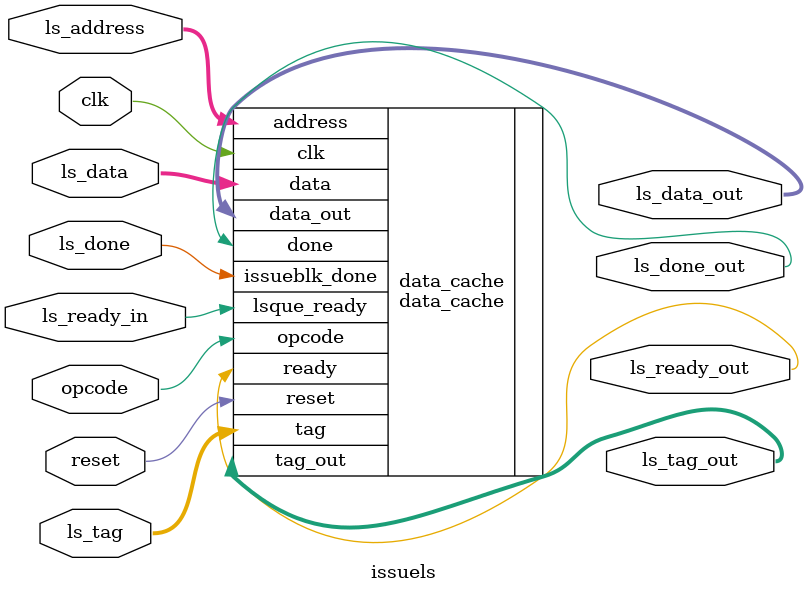
<source format=v>

`ifndef ISSUELS_V
`define ISSUELS_V

`timescale 1ns/1ps

module issuels (
   input             clk,
   input             reset,
   input             ls_ready_in,
   input  [31:0]     ls_data,
   input  [31:0]     ls_address,
   input  [ 5:0]     ls_tag,
   input             opcode,

   output            ls_done_out,
   output [31:0]     ls_data_out,
   output [ 5:0]     ls_tag_out,
   input             ls_done,
   output            ls_ready_out
);


// Data cache
   data_cache data_cache (
      .clk           (clk         ),
      .reset         (reset       ),
      .data          (ls_data     ),
      .address       (ls_address  ),
      .tag           (ls_tag      ),
      .opcode        (opcode      ),
      .lsque_ready   (ls_ready_in ),
      .issueblk_done (ls_done     ),
      .data_out      (ls_data_out ),
      .tag_out       (ls_tag_out  ),
      .done          (ls_done_out ),
      .ready         (ls_ready_out)
   );

endmodule

`endif


</source>
